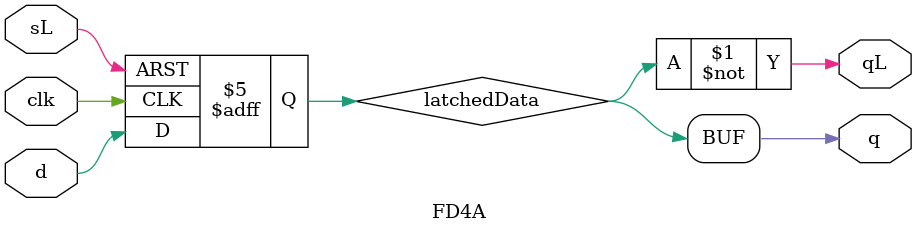
<source format=sv>
/* DTYPE LATCH preset Low */

module FD4A
(
	output	q,
	output	qL,
	input	d,
	input	clk,
	input	sL
);

reg latchedData = 1'b1;

assign q = latchedData;
assign qL = ~latchedData;

always @(posedge clk or negedge sL)
begin
	if (~sL) begin
		latchedData <= 1'b1;
	end else begin
		latchedData <= d;
	end
end

endmodule





</source>
